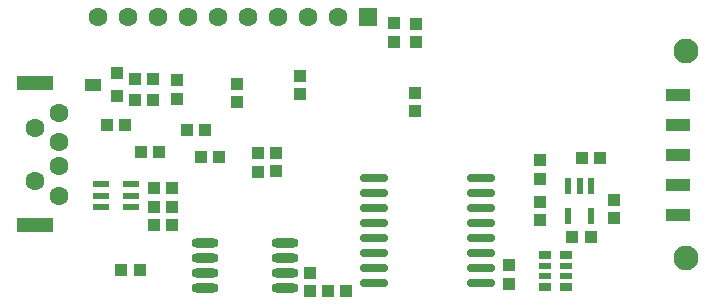
<source format=gbs>
G04*
G04 #@! TF.GenerationSoftware,Altium Limited,Altium Designer,18.1.4 (159)*
G04*
G04 Layer_Color=16711935*
%FSLAX25Y25*%
%MOIN*%
G70*
G01*
G75*
%ADD48R,0.04061X0.04258*%
%ADD50R,0.08274X0.04337*%
%ADD56R,0.04258X0.04061*%
%ADD57R,0.05400X0.02400*%
%ADD58R,0.04140X0.02565*%
%ADD59R,0.04140X0.02368*%
%ADD61O,0.09455X0.02762*%
%ADD66R,0.06306X0.06306*%
%ADD67C,0.06306*%
%ADD68R,0.12211X0.05124*%
%ADD69C,0.08274*%
%ADD88R,0.02400X0.05400*%
%ADD89R,0.04000X0.04000*%
%ADD90R,0.05400X0.04000*%
%ADD91O,0.09061X0.03156*%
D48*
X108906Y-1279D02*
D03*
X114969D02*
D03*
X196531Y17000D02*
D03*
X190469D02*
D03*
X46189Y5694D02*
D03*
X40126D02*
D03*
X199563Y43100D02*
D03*
X193500D02*
D03*
X50968Y20797D02*
D03*
X57032D02*
D03*
X57032Y33300D02*
D03*
X50968D02*
D03*
X50968Y26899D02*
D03*
X57032D02*
D03*
X41286Y54083D02*
D03*
X35223D02*
D03*
X50731Y69400D02*
D03*
X44668D02*
D03*
X44668Y62500D02*
D03*
X50731D02*
D03*
X67974Y52600D02*
D03*
X61911D02*
D03*
X46500Y45128D02*
D03*
X52563D02*
D03*
X66706Y43615D02*
D03*
X72769D02*
D03*
D50*
X225600Y64290D02*
D03*
Y54290D02*
D03*
Y44290D02*
D03*
Y34290D02*
D03*
Y24290D02*
D03*
D56*
X131100Y81968D02*
D03*
Y88032D02*
D03*
X169373Y1282D02*
D03*
Y7345D02*
D03*
X204400Y29331D02*
D03*
Y23268D02*
D03*
X179600Y42388D02*
D03*
Y36325D02*
D03*
X138300Y81874D02*
D03*
Y87937D02*
D03*
X137884Y58788D02*
D03*
Y64851D02*
D03*
X179706Y22368D02*
D03*
Y28431D02*
D03*
X102931Y4835D02*
D03*
Y-1228D02*
D03*
X58600Y63000D02*
D03*
Y69063D02*
D03*
X78757Y67731D02*
D03*
Y61668D02*
D03*
X99700Y70631D02*
D03*
Y64569D02*
D03*
X91721Y38701D02*
D03*
Y44764D02*
D03*
X85505Y38635D02*
D03*
Y44698D02*
D03*
D57*
X43286Y34380D02*
D03*
Y26899D02*
D03*
X33286Y30639D02*
D03*
Y34380D02*
D03*
Y26899D02*
D03*
X43286Y30639D02*
D03*
D58*
X181200Y157D02*
D03*
Y10787D02*
D03*
X188484Y157D02*
D03*
Y10787D02*
D03*
D59*
X181200Y3700D02*
D03*
Y7243D02*
D03*
X188484Y3700D02*
D03*
Y7243D02*
D03*
D61*
X160131Y36350D02*
D03*
Y31350D02*
D03*
Y26350D02*
D03*
Y21350D02*
D03*
Y16350D02*
D03*
Y11350D02*
D03*
Y6350D02*
D03*
Y1350D02*
D03*
X124304Y36350D02*
D03*
Y31350D02*
D03*
Y26350D02*
D03*
Y21350D02*
D03*
Y16350D02*
D03*
Y11350D02*
D03*
Y6350D02*
D03*
Y1350D02*
D03*
D66*
X122374Y90330D02*
D03*
D67*
X112374D02*
D03*
X92374D02*
D03*
X82374D02*
D03*
X72374D02*
D03*
X62374D02*
D03*
X52374D02*
D03*
X42374D02*
D03*
X32374D02*
D03*
X102374D02*
D03*
X11446Y35561D02*
D03*
Y53277D02*
D03*
X19320Y30639D02*
D03*
Y40482D02*
D03*
Y48356D02*
D03*
Y58198D02*
D03*
D68*
X11446Y20797D02*
D03*
Y68041D02*
D03*
D69*
X228346Y9685D02*
D03*
Y78898D02*
D03*
D88*
X189150Y33900D02*
D03*
X196650D02*
D03*
X192850D02*
D03*
X189150Y23900D02*
D03*
X196650D02*
D03*
D89*
X38700Y71400D02*
D03*
Y63900D02*
D03*
D90*
X30700Y67600D02*
D03*
D91*
X94702Y14893D02*
D03*
Y9893D02*
D03*
Y4893D02*
D03*
Y-107D02*
D03*
X67930Y14893D02*
D03*
Y9893D02*
D03*
Y4893D02*
D03*
Y-107D02*
D03*
M02*

</source>
